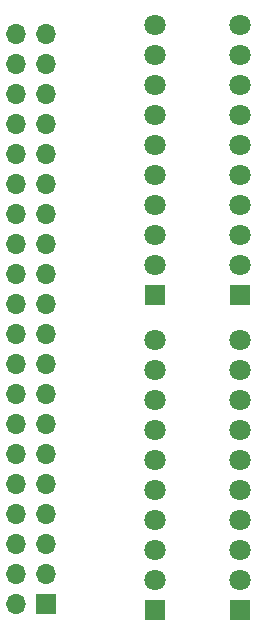
<source format=gbr>
G04 #@! TF.GenerationSoftware,KiCad,Pcbnew,(5.1.6)-1*
G04 #@! TF.CreationDate,2020-11-02T00:41:24+04:00*
G04 #@! TF.ProjectId,RPi3-screw-terminal-shiel,52506933-2d73-4637-9265-772d7465726d,rev?*
G04 #@! TF.SameCoordinates,Original*
G04 #@! TF.FileFunction,Copper,L2,Bot*
G04 #@! TF.FilePolarity,Positive*
%FSLAX46Y46*%
G04 Gerber Fmt 4.6, Leading zero omitted, Abs format (unit mm)*
G04 Created by KiCad (PCBNEW (5.1.6)-1) date 2020-11-02 00:41:24*
%MOMM*%
%LPD*%
G01*
G04 APERTURE LIST*
G04 #@! TA.AperFunction,ComponentPad*
%ADD10C,1.800000*%
G04 #@! TD*
G04 #@! TA.AperFunction,ComponentPad*
%ADD11R,1.800000X1.800000*%
G04 #@! TD*
G04 #@! TA.AperFunction,ComponentPad*
%ADD12O,1.700000X1.700000*%
G04 #@! TD*
G04 #@! TA.AperFunction,ComponentPad*
%ADD13R,1.700000X1.700000*%
G04 #@! TD*
G04 APERTURE END LIST*
D10*
G04 #@! TO.P,J3,10*
G04 #@! TO.N,/39*
X109500000Y-43040000D03*
G04 #@! TO.P,J3,9*
G04 #@! TO.N,/37*
X109500000Y-45580000D03*
G04 #@! TO.P,J3,8*
G04 #@! TO.N,/35*
X109500000Y-48120000D03*
G04 #@! TO.P,J3,7*
G04 #@! TO.N,/33*
X109500000Y-50660000D03*
G04 #@! TO.P,J3,6*
G04 #@! TO.N,/31*
X109500000Y-53200000D03*
G04 #@! TO.P,J3,5*
G04 #@! TO.N,/29*
X109500000Y-55740000D03*
G04 #@! TO.P,J3,4*
G04 #@! TO.N,/27*
X109500000Y-58280000D03*
G04 #@! TO.P,J3,3*
G04 #@! TO.N,/25*
X109500000Y-60820000D03*
G04 #@! TO.P,J3,2*
G04 #@! TO.N,/23*
X109500000Y-63360000D03*
D11*
G04 #@! TO.P,J3,1*
G04 #@! TO.N,/21*
X109500000Y-65900000D03*
G04 #@! TD*
D10*
G04 #@! TO.P,J5,10*
G04 #@! TO.N,/40*
X102300000Y-43040000D03*
G04 #@! TO.P,J5,9*
G04 #@! TO.N,/38*
X102300000Y-45580000D03*
G04 #@! TO.P,J5,8*
G04 #@! TO.N,/36*
X102300000Y-48120000D03*
G04 #@! TO.P,J5,7*
G04 #@! TO.N,/34*
X102300000Y-50660000D03*
G04 #@! TO.P,J5,6*
G04 #@! TO.N,/32*
X102300000Y-53200000D03*
G04 #@! TO.P,J5,5*
G04 #@! TO.N,/30*
X102300000Y-55740000D03*
G04 #@! TO.P,J5,4*
G04 #@! TO.N,/28*
X102300000Y-58280000D03*
G04 #@! TO.P,J5,3*
G04 #@! TO.N,/26*
X102300000Y-60820000D03*
G04 #@! TO.P,J5,2*
G04 #@! TO.N,/24*
X102300000Y-63360000D03*
D11*
G04 #@! TO.P,J5,1*
G04 #@! TO.N,/22*
X102300000Y-65900000D03*
G04 #@! TD*
D10*
G04 #@! TO.P,J2,10*
G04 #@! TO.N,/19*
X109500000Y-69700000D03*
G04 #@! TO.P,J2,9*
G04 #@! TO.N,/17*
X109500000Y-72240000D03*
G04 #@! TO.P,J2,8*
G04 #@! TO.N,/15*
X109500000Y-74780000D03*
G04 #@! TO.P,J2,7*
G04 #@! TO.N,/13*
X109500000Y-77320000D03*
G04 #@! TO.P,J2,6*
G04 #@! TO.N,/11*
X109500000Y-79860000D03*
G04 #@! TO.P,J2,5*
G04 #@! TO.N,/9*
X109500000Y-82400000D03*
G04 #@! TO.P,J2,4*
G04 #@! TO.N,/7*
X109500000Y-84940000D03*
G04 #@! TO.P,J2,3*
G04 #@! TO.N,/5*
X109500000Y-87480000D03*
G04 #@! TO.P,J2,2*
G04 #@! TO.N,/3*
X109500000Y-90020000D03*
D11*
G04 #@! TO.P,J2,1*
G04 #@! TO.N,/1*
X109500000Y-92560000D03*
G04 #@! TD*
G04 #@! TO.P,J4,1*
G04 #@! TO.N,/2*
X102300000Y-92560000D03*
D10*
G04 #@! TO.P,J4,2*
G04 #@! TO.N,/4*
X102300000Y-90020000D03*
G04 #@! TO.P,J4,3*
G04 #@! TO.N,/6*
X102300000Y-87480000D03*
G04 #@! TO.P,J4,4*
G04 #@! TO.N,/8*
X102300000Y-84940000D03*
G04 #@! TO.P,J4,5*
G04 #@! TO.N,/10*
X102300000Y-82400000D03*
G04 #@! TO.P,J4,6*
G04 #@! TO.N,/12*
X102300000Y-79860000D03*
G04 #@! TO.P,J4,7*
G04 #@! TO.N,/14*
X102300000Y-77320000D03*
G04 #@! TO.P,J4,8*
G04 #@! TO.N,/16*
X102300000Y-74780000D03*
G04 #@! TO.P,J4,9*
G04 #@! TO.N,/18*
X102300000Y-72240000D03*
G04 #@! TO.P,J4,10*
G04 #@! TO.N,/20*
X102300000Y-69700000D03*
G04 #@! TD*
D12*
G04 #@! TO.P,J1,40*
G04 #@! TO.N,/40*
X90560000Y-43740000D03*
G04 #@! TO.P,J1,39*
G04 #@! TO.N,/39*
X93100000Y-43740000D03*
G04 #@! TO.P,J1,26*
G04 #@! TO.N,/26*
X90560000Y-61520000D03*
G04 #@! TO.P,J1,25*
G04 #@! TO.N,/25*
X93100000Y-61520000D03*
G04 #@! TO.P,J1,22*
G04 #@! TO.N,/22*
X90560000Y-66600000D03*
G04 #@! TO.P,J1,21*
G04 #@! TO.N,/21*
X93100000Y-66600000D03*
G04 #@! TO.P,J1,30*
G04 #@! TO.N,/30*
X90560000Y-56440000D03*
G04 #@! TO.P,J1,29*
G04 #@! TO.N,/29*
X93100000Y-56440000D03*
G04 #@! TO.P,J1,8*
G04 #@! TO.N,/8*
X90560000Y-84380000D03*
G04 #@! TO.P,J1,7*
G04 #@! TO.N,/7*
X93100000Y-84380000D03*
G04 #@! TO.P,J1,32*
G04 #@! TO.N,/32*
X90560000Y-53900000D03*
G04 #@! TO.P,J1,31*
G04 #@! TO.N,/31*
X93100000Y-53900000D03*
G04 #@! TO.P,J1,18*
G04 #@! TO.N,/18*
X90560000Y-71680000D03*
G04 #@! TO.P,J1,17*
G04 #@! TO.N,/17*
X93100000Y-71680000D03*
G04 #@! TO.P,J1,36*
G04 #@! TO.N,/36*
X90560000Y-48820000D03*
G04 #@! TO.P,J1,35*
G04 #@! TO.N,/35*
X93100000Y-48820000D03*
G04 #@! TO.P,J1,34*
G04 #@! TO.N,/34*
X90560000Y-51360000D03*
G04 #@! TO.P,J1,33*
G04 #@! TO.N,/33*
X93100000Y-51360000D03*
G04 #@! TO.P,J1,38*
G04 #@! TO.N,/38*
X90560000Y-46280000D03*
G04 #@! TO.P,J1,37*
G04 #@! TO.N,/37*
X93100000Y-46280000D03*
G04 #@! TO.P,J1,20*
G04 #@! TO.N,/20*
X90560000Y-69140000D03*
G04 #@! TO.P,J1,19*
G04 #@! TO.N,/19*
X93100000Y-69140000D03*
G04 #@! TO.P,J1,10*
G04 #@! TO.N,/10*
X90560000Y-81840000D03*
G04 #@! TO.P,J1,9*
G04 #@! TO.N,/9*
X93100000Y-81840000D03*
G04 #@! TO.P,J1,14*
G04 #@! TO.N,/14*
X90560000Y-76760000D03*
G04 #@! TO.P,J1,13*
G04 #@! TO.N,/13*
X93100000Y-76760000D03*
G04 #@! TO.P,J1,28*
G04 #@! TO.N,/28*
X90560000Y-58980000D03*
G04 #@! TO.P,J1,27*
G04 #@! TO.N,/27*
X93100000Y-58980000D03*
G04 #@! TO.P,J1,12*
G04 #@! TO.N,/12*
X90560000Y-79300000D03*
G04 #@! TO.P,J1,11*
G04 #@! TO.N,/11*
X93100000Y-79300000D03*
G04 #@! TO.P,J1,24*
G04 #@! TO.N,/24*
X90560000Y-64060000D03*
G04 #@! TO.P,J1,23*
G04 #@! TO.N,/23*
X93100000Y-64060000D03*
D13*
G04 #@! TO.P,J1,1*
G04 #@! TO.N,/1*
X93100000Y-92000000D03*
D12*
G04 #@! TO.P,J1,2*
G04 #@! TO.N,/2*
X90560000Y-92000000D03*
G04 #@! TO.P,J1,5*
G04 #@! TO.N,/5*
X93100000Y-86920000D03*
G04 #@! TO.P,J1,4*
G04 #@! TO.N,/4*
X90560000Y-89460000D03*
G04 #@! TO.P,J1,16*
G04 #@! TO.N,/16*
X90560000Y-74220000D03*
G04 #@! TO.P,J1,15*
G04 #@! TO.N,/15*
X93100000Y-74220000D03*
G04 #@! TO.P,J1,3*
G04 #@! TO.N,/3*
X93100000Y-89460000D03*
G04 #@! TO.P,J1,6*
G04 #@! TO.N,/6*
X90560000Y-86920000D03*
G04 #@! TD*
M02*

</source>
